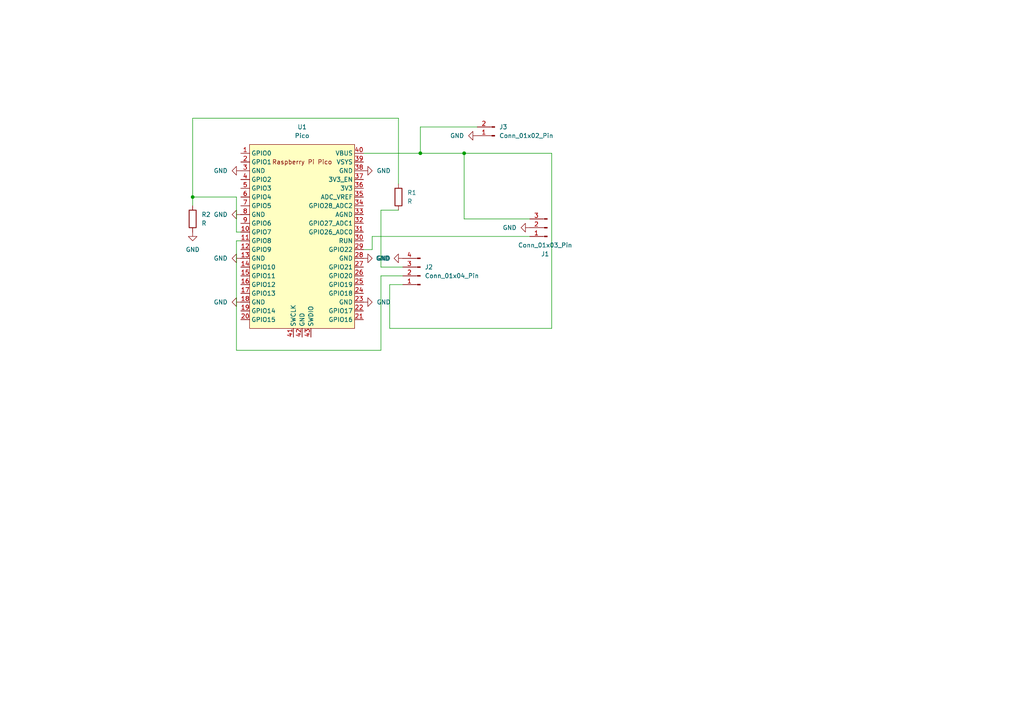
<source format=kicad_sch>
(kicad_sch
	(version 20231120)
	(generator "eeschema")
	(generator_version "8.0")
	(uuid "eebb3e59-c3f8-497c-8332-6ccbaeede914")
	(paper "A4")
	(lib_symbols
		(symbol "Connector:Conn_01x02_Pin"
			(pin_names
				(offset 1.016) hide)
			(exclude_from_sim no)
			(in_bom yes)
			(on_board yes)
			(property "Reference" "J"
				(at 0 2.54 0)
				(effects
					(font
						(size 1.27 1.27)
					)
				)
			)
			(property "Value" "Conn_01x02_Pin"
				(at 0 -5.08 0)
				(effects
					(font
						(size 1.27 1.27)
					)
				)
			)
			(property "Footprint" ""
				(at 0 0 0)
				(effects
					(font
						(size 1.27 1.27)
					)
					(hide yes)
				)
			)
			(property "Datasheet" "~"
				(at 0 0 0)
				(effects
					(font
						(size 1.27 1.27)
					)
					(hide yes)
				)
			)
			(property "Description" "Generic connector, single row, 01x02, script generated"
				(at 0 0 0)
				(effects
					(font
						(size 1.27 1.27)
					)
					(hide yes)
				)
			)
			(property "ki_locked" ""
				(at 0 0 0)
				(effects
					(font
						(size 1.27 1.27)
					)
				)
			)
			(property "ki_keywords" "connector"
				(at 0 0 0)
				(effects
					(font
						(size 1.27 1.27)
					)
					(hide yes)
				)
			)
			(property "ki_fp_filters" "Connector*:*_1x??_*"
				(at 0 0 0)
				(effects
					(font
						(size 1.27 1.27)
					)
					(hide yes)
				)
			)
			(symbol "Conn_01x02_Pin_1_1"
				(polyline
					(pts
						(xy 1.27 -2.54) (xy 0.8636 -2.54)
					)
					(stroke
						(width 0.1524)
						(type default)
					)
					(fill
						(type none)
					)
				)
				(polyline
					(pts
						(xy 1.27 0) (xy 0.8636 0)
					)
					(stroke
						(width 0.1524)
						(type default)
					)
					(fill
						(type none)
					)
				)
				(rectangle
					(start 0.8636 -2.413)
					(end 0 -2.667)
					(stroke
						(width 0.1524)
						(type default)
					)
					(fill
						(type outline)
					)
				)
				(rectangle
					(start 0.8636 0.127)
					(end 0 -0.127)
					(stroke
						(width 0.1524)
						(type default)
					)
					(fill
						(type outline)
					)
				)
				(pin passive line
					(at 5.08 0 180)
					(length 3.81)
					(name "Pin_1"
						(effects
							(font
								(size 1.27 1.27)
							)
						)
					)
					(number "1"
						(effects
							(font
								(size 1.27 1.27)
							)
						)
					)
				)
				(pin passive line
					(at 5.08 -2.54 180)
					(length 3.81)
					(name "Pin_2"
						(effects
							(font
								(size 1.27 1.27)
							)
						)
					)
					(number "2"
						(effects
							(font
								(size 1.27 1.27)
							)
						)
					)
				)
			)
		)
		(symbol "Connector:Conn_01x03_Pin"
			(pin_names
				(offset 1.016) hide)
			(exclude_from_sim no)
			(in_bom yes)
			(on_board yes)
			(property "Reference" "J"
				(at 0 5.08 0)
				(effects
					(font
						(size 1.27 1.27)
					)
				)
			)
			(property "Value" "Conn_01x03_Pin"
				(at 0 -5.08 0)
				(effects
					(font
						(size 1.27 1.27)
					)
				)
			)
			(property "Footprint" ""
				(at 0 0 0)
				(effects
					(font
						(size 1.27 1.27)
					)
					(hide yes)
				)
			)
			(property "Datasheet" "~"
				(at 0 0 0)
				(effects
					(font
						(size 1.27 1.27)
					)
					(hide yes)
				)
			)
			(property "Description" "Generic connector, single row, 01x03, script generated"
				(at 0 0 0)
				(effects
					(font
						(size 1.27 1.27)
					)
					(hide yes)
				)
			)
			(property "ki_locked" ""
				(at 0 0 0)
				(effects
					(font
						(size 1.27 1.27)
					)
				)
			)
			(property "ki_keywords" "connector"
				(at 0 0 0)
				(effects
					(font
						(size 1.27 1.27)
					)
					(hide yes)
				)
			)
			(property "ki_fp_filters" "Connector*:*_1x??_*"
				(at 0 0 0)
				(effects
					(font
						(size 1.27 1.27)
					)
					(hide yes)
				)
			)
			(symbol "Conn_01x03_Pin_1_1"
				(polyline
					(pts
						(xy 1.27 -2.54) (xy 0.8636 -2.54)
					)
					(stroke
						(width 0.1524)
						(type default)
					)
					(fill
						(type none)
					)
				)
				(polyline
					(pts
						(xy 1.27 0) (xy 0.8636 0)
					)
					(stroke
						(width 0.1524)
						(type default)
					)
					(fill
						(type none)
					)
				)
				(polyline
					(pts
						(xy 1.27 2.54) (xy 0.8636 2.54)
					)
					(stroke
						(width 0.1524)
						(type default)
					)
					(fill
						(type none)
					)
				)
				(rectangle
					(start 0.8636 -2.413)
					(end 0 -2.667)
					(stroke
						(width 0.1524)
						(type default)
					)
					(fill
						(type outline)
					)
				)
				(rectangle
					(start 0.8636 0.127)
					(end 0 -0.127)
					(stroke
						(width 0.1524)
						(type default)
					)
					(fill
						(type outline)
					)
				)
				(rectangle
					(start 0.8636 2.667)
					(end 0 2.413)
					(stroke
						(width 0.1524)
						(type default)
					)
					(fill
						(type outline)
					)
				)
				(pin passive line
					(at 5.08 2.54 180)
					(length 3.81)
					(name "Pin_1"
						(effects
							(font
								(size 1.27 1.27)
							)
						)
					)
					(number "1"
						(effects
							(font
								(size 1.27 1.27)
							)
						)
					)
				)
				(pin passive line
					(at 5.08 0 180)
					(length 3.81)
					(name "Pin_2"
						(effects
							(font
								(size 1.27 1.27)
							)
						)
					)
					(number "2"
						(effects
							(font
								(size 1.27 1.27)
							)
						)
					)
				)
				(pin passive line
					(at 5.08 -2.54 180)
					(length 3.81)
					(name "Pin_3"
						(effects
							(font
								(size 1.27 1.27)
							)
						)
					)
					(number "3"
						(effects
							(font
								(size 1.27 1.27)
							)
						)
					)
				)
			)
		)
		(symbol "Connector:Conn_01x04_Pin"
			(pin_names
				(offset 1.016) hide)
			(exclude_from_sim no)
			(in_bom yes)
			(on_board yes)
			(property "Reference" "J"
				(at 0 5.08 0)
				(effects
					(font
						(size 1.27 1.27)
					)
				)
			)
			(property "Value" "Conn_01x04_Pin"
				(at 0 -7.62 0)
				(effects
					(font
						(size 1.27 1.27)
					)
				)
			)
			(property "Footprint" ""
				(at 0 0 0)
				(effects
					(font
						(size 1.27 1.27)
					)
					(hide yes)
				)
			)
			(property "Datasheet" "~"
				(at 0 0 0)
				(effects
					(font
						(size 1.27 1.27)
					)
					(hide yes)
				)
			)
			(property "Description" "Generic connector, single row, 01x04, script generated"
				(at 0 0 0)
				(effects
					(font
						(size 1.27 1.27)
					)
					(hide yes)
				)
			)
			(property "ki_locked" ""
				(at 0 0 0)
				(effects
					(font
						(size 1.27 1.27)
					)
				)
			)
			(property "ki_keywords" "connector"
				(at 0 0 0)
				(effects
					(font
						(size 1.27 1.27)
					)
					(hide yes)
				)
			)
			(property "ki_fp_filters" "Connector*:*_1x??_*"
				(at 0 0 0)
				(effects
					(font
						(size 1.27 1.27)
					)
					(hide yes)
				)
			)
			(symbol "Conn_01x04_Pin_1_1"
				(polyline
					(pts
						(xy 1.27 -5.08) (xy 0.8636 -5.08)
					)
					(stroke
						(width 0.1524)
						(type default)
					)
					(fill
						(type none)
					)
				)
				(polyline
					(pts
						(xy 1.27 -2.54) (xy 0.8636 -2.54)
					)
					(stroke
						(width 0.1524)
						(type default)
					)
					(fill
						(type none)
					)
				)
				(polyline
					(pts
						(xy 1.27 0) (xy 0.8636 0)
					)
					(stroke
						(width 0.1524)
						(type default)
					)
					(fill
						(type none)
					)
				)
				(polyline
					(pts
						(xy 1.27 2.54) (xy 0.8636 2.54)
					)
					(stroke
						(width 0.1524)
						(type default)
					)
					(fill
						(type none)
					)
				)
				(rectangle
					(start 0.8636 -4.953)
					(end 0 -5.207)
					(stroke
						(width 0.1524)
						(type default)
					)
					(fill
						(type outline)
					)
				)
				(rectangle
					(start 0.8636 -2.413)
					(end 0 -2.667)
					(stroke
						(width 0.1524)
						(type default)
					)
					(fill
						(type outline)
					)
				)
				(rectangle
					(start 0.8636 0.127)
					(end 0 -0.127)
					(stroke
						(width 0.1524)
						(type default)
					)
					(fill
						(type outline)
					)
				)
				(rectangle
					(start 0.8636 2.667)
					(end 0 2.413)
					(stroke
						(width 0.1524)
						(type default)
					)
					(fill
						(type outline)
					)
				)
				(pin passive line
					(at 5.08 2.54 180)
					(length 3.81)
					(name "Pin_1"
						(effects
							(font
								(size 1.27 1.27)
							)
						)
					)
					(number "1"
						(effects
							(font
								(size 1.27 1.27)
							)
						)
					)
				)
				(pin passive line
					(at 5.08 0 180)
					(length 3.81)
					(name "Pin_2"
						(effects
							(font
								(size 1.27 1.27)
							)
						)
					)
					(number "2"
						(effects
							(font
								(size 1.27 1.27)
							)
						)
					)
				)
				(pin passive line
					(at 5.08 -2.54 180)
					(length 3.81)
					(name "Pin_3"
						(effects
							(font
								(size 1.27 1.27)
							)
						)
					)
					(number "3"
						(effects
							(font
								(size 1.27 1.27)
							)
						)
					)
				)
				(pin passive line
					(at 5.08 -5.08 180)
					(length 3.81)
					(name "Pin_4"
						(effects
							(font
								(size 1.27 1.27)
							)
						)
					)
					(number "4"
						(effects
							(font
								(size 1.27 1.27)
							)
						)
					)
				)
			)
		)
		(symbol "Device:R"
			(pin_numbers hide)
			(pin_names
				(offset 0)
			)
			(exclude_from_sim no)
			(in_bom yes)
			(on_board yes)
			(property "Reference" "R"
				(at 2.032 0 90)
				(effects
					(font
						(size 1.27 1.27)
					)
				)
			)
			(property "Value" "R"
				(at 0 0 90)
				(effects
					(font
						(size 1.27 1.27)
					)
				)
			)
			(property "Footprint" ""
				(at -1.778 0 90)
				(effects
					(font
						(size 1.27 1.27)
					)
					(hide yes)
				)
			)
			(property "Datasheet" "~"
				(at 0 0 0)
				(effects
					(font
						(size 1.27 1.27)
					)
					(hide yes)
				)
			)
			(property "Description" "Resistor"
				(at 0 0 0)
				(effects
					(font
						(size 1.27 1.27)
					)
					(hide yes)
				)
			)
			(property "ki_keywords" "R res resistor"
				(at 0 0 0)
				(effects
					(font
						(size 1.27 1.27)
					)
					(hide yes)
				)
			)
			(property "ki_fp_filters" "R_*"
				(at 0 0 0)
				(effects
					(font
						(size 1.27 1.27)
					)
					(hide yes)
				)
			)
			(symbol "R_0_1"
				(rectangle
					(start -1.016 -2.54)
					(end 1.016 2.54)
					(stroke
						(width 0.254)
						(type default)
					)
					(fill
						(type none)
					)
				)
			)
			(symbol "R_1_1"
				(pin passive line
					(at 0 3.81 270)
					(length 1.27)
					(name "~"
						(effects
							(font
								(size 1.27 1.27)
							)
						)
					)
					(number "1"
						(effects
							(font
								(size 1.27 1.27)
							)
						)
					)
				)
				(pin passive line
					(at 0 -3.81 90)
					(length 1.27)
					(name "~"
						(effects
							(font
								(size 1.27 1.27)
							)
						)
					)
					(number "2"
						(effects
							(font
								(size 1.27 1.27)
							)
						)
					)
				)
			)
		)
		(symbol "RPi_Pico:Pico"
			(exclude_from_sim no)
			(in_bom yes)
			(on_board yes)
			(property "Reference" "U"
				(at -13.97 27.94 0)
				(effects
					(font
						(size 1.27 1.27)
					)
				)
			)
			(property "Value" "Pico"
				(at 0 19.05 0)
				(effects
					(font
						(size 1.27 1.27)
					)
				)
			)
			(property "Footprint" "RPi_Pico:RPi_Pico_SMD_TH"
				(at 0 0 90)
				(effects
					(font
						(size 1.27 1.27)
					)
					(hide yes)
				)
			)
			(property "Datasheet" ""
				(at 0 0 0)
				(effects
					(font
						(size 1.27 1.27)
					)
					(hide yes)
				)
			)
			(property "Description" ""
				(at 0 0 0)
				(effects
					(font
						(size 1.27 1.27)
					)
					(hide yes)
				)
			)
			(symbol "Pico_0_0"
				(text "Raspberry Pi Pico"
					(at 0 21.59 0)
					(effects
						(font
							(size 1.27 1.27)
						)
					)
				)
			)
			(symbol "Pico_0_1"
				(rectangle
					(start -15.24 26.67)
					(end 15.24 -26.67)
					(stroke
						(width 0)
						(type default)
					)
					(fill
						(type background)
					)
				)
			)
			(symbol "Pico_1_1"
				(pin bidirectional line
					(at -17.78 24.13 0)
					(length 2.54)
					(name "GPIO0"
						(effects
							(font
								(size 1.27 1.27)
							)
						)
					)
					(number "1"
						(effects
							(font
								(size 1.27 1.27)
							)
						)
					)
				)
				(pin bidirectional line
					(at -17.78 1.27 0)
					(length 2.54)
					(name "GPIO7"
						(effects
							(font
								(size 1.27 1.27)
							)
						)
					)
					(number "10"
						(effects
							(font
								(size 1.27 1.27)
							)
						)
					)
				)
				(pin bidirectional line
					(at -17.78 -1.27 0)
					(length 2.54)
					(name "GPIO8"
						(effects
							(font
								(size 1.27 1.27)
							)
						)
					)
					(number "11"
						(effects
							(font
								(size 1.27 1.27)
							)
						)
					)
				)
				(pin bidirectional line
					(at -17.78 -3.81 0)
					(length 2.54)
					(name "GPIO9"
						(effects
							(font
								(size 1.27 1.27)
							)
						)
					)
					(number "12"
						(effects
							(font
								(size 1.27 1.27)
							)
						)
					)
				)
				(pin power_in line
					(at -17.78 -6.35 0)
					(length 2.54)
					(name "GND"
						(effects
							(font
								(size 1.27 1.27)
							)
						)
					)
					(number "13"
						(effects
							(font
								(size 1.27 1.27)
							)
						)
					)
				)
				(pin bidirectional line
					(at -17.78 -8.89 0)
					(length 2.54)
					(name "GPIO10"
						(effects
							(font
								(size 1.27 1.27)
							)
						)
					)
					(number "14"
						(effects
							(font
								(size 1.27 1.27)
							)
						)
					)
				)
				(pin bidirectional line
					(at -17.78 -11.43 0)
					(length 2.54)
					(name "GPIO11"
						(effects
							(font
								(size 1.27 1.27)
							)
						)
					)
					(number "15"
						(effects
							(font
								(size 1.27 1.27)
							)
						)
					)
				)
				(pin bidirectional line
					(at -17.78 -13.97 0)
					(length 2.54)
					(name "GPIO12"
						(effects
							(font
								(size 1.27 1.27)
							)
						)
					)
					(number "16"
						(effects
							(font
								(size 1.27 1.27)
							)
						)
					)
				)
				(pin bidirectional line
					(at -17.78 -16.51 0)
					(length 2.54)
					(name "GPIO13"
						(effects
							(font
								(size 1.27 1.27)
							)
						)
					)
					(number "17"
						(effects
							(font
								(size 1.27 1.27)
							)
						)
					)
				)
				(pin power_in line
					(at -17.78 -19.05 0)
					(length 2.54)
					(name "GND"
						(effects
							(font
								(size 1.27 1.27)
							)
						)
					)
					(number "18"
						(effects
							(font
								(size 1.27 1.27)
							)
						)
					)
				)
				(pin bidirectional line
					(at -17.78 -21.59 0)
					(length 2.54)
					(name "GPIO14"
						(effects
							(font
								(size 1.27 1.27)
							)
						)
					)
					(number "19"
						(effects
							(font
								(size 1.27 1.27)
							)
						)
					)
				)
				(pin bidirectional line
					(at -17.78 21.59 0)
					(length 2.54)
					(name "GPIO1"
						(effects
							(font
								(size 1.27 1.27)
							)
						)
					)
					(number "2"
						(effects
							(font
								(size 1.27 1.27)
							)
						)
					)
				)
				(pin bidirectional line
					(at -17.78 -24.13 0)
					(length 2.54)
					(name "GPIO15"
						(effects
							(font
								(size 1.27 1.27)
							)
						)
					)
					(number "20"
						(effects
							(font
								(size 1.27 1.27)
							)
						)
					)
				)
				(pin bidirectional line
					(at 17.78 -24.13 180)
					(length 2.54)
					(name "GPIO16"
						(effects
							(font
								(size 1.27 1.27)
							)
						)
					)
					(number "21"
						(effects
							(font
								(size 1.27 1.27)
							)
						)
					)
				)
				(pin bidirectional line
					(at 17.78 -21.59 180)
					(length 2.54)
					(name "GPIO17"
						(effects
							(font
								(size 1.27 1.27)
							)
						)
					)
					(number "22"
						(effects
							(font
								(size 1.27 1.27)
							)
						)
					)
				)
				(pin power_in line
					(at 17.78 -19.05 180)
					(length 2.54)
					(name "GND"
						(effects
							(font
								(size 1.27 1.27)
							)
						)
					)
					(number "23"
						(effects
							(font
								(size 1.27 1.27)
							)
						)
					)
				)
				(pin bidirectional line
					(at 17.78 -16.51 180)
					(length 2.54)
					(name "GPIO18"
						(effects
							(font
								(size 1.27 1.27)
							)
						)
					)
					(number "24"
						(effects
							(font
								(size 1.27 1.27)
							)
						)
					)
				)
				(pin bidirectional line
					(at 17.78 -13.97 180)
					(length 2.54)
					(name "GPIO19"
						(effects
							(font
								(size 1.27 1.27)
							)
						)
					)
					(number "25"
						(effects
							(font
								(size 1.27 1.27)
							)
						)
					)
				)
				(pin bidirectional line
					(at 17.78 -11.43 180)
					(length 2.54)
					(name "GPIO20"
						(effects
							(font
								(size 1.27 1.27)
							)
						)
					)
					(number "26"
						(effects
							(font
								(size 1.27 1.27)
							)
						)
					)
				)
				(pin bidirectional line
					(at 17.78 -8.89 180)
					(length 2.54)
					(name "GPIO21"
						(effects
							(font
								(size 1.27 1.27)
							)
						)
					)
					(number "27"
						(effects
							(font
								(size 1.27 1.27)
							)
						)
					)
				)
				(pin power_in line
					(at 17.78 -6.35 180)
					(length 2.54)
					(name "GND"
						(effects
							(font
								(size 1.27 1.27)
							)
						)
					)
					(number "28"
						(effects
							(font
								(size 1.27 1.27)
							)
						)
					)
				)
				(pin bidirectional line
					(at 17.78 -3.81 180)
					(length 2.54)
					(name "GPIO22"
						(effects
							(font
								(size 1.27 1.27)
							)
						)
					)
					(number "29"
						(effects
							(font
								(size 1.27 1.27)
							)
						)
					)
				)
				(pin power_in line
					(at -17.78 19.05 0)
					(length 2.54)
					(name "GND"
						(effects
							(font
								(size 1.27 1.27)
							)
						)
					)
					(number "3"
						(effects
							(font
								(size 1.27 1.27)
							)
						)
					)
				)
				(pin input line
					(at 17.78 -1.27 180)
					(length 2.54)
					(name "RUN"
						(effects
							(font
								(size 1.27 1.27)
							)
						)
					)
					(number "30"
						(effects
							(font
								(size 1.27 1.27)
							)
						)
					)
				)
				(pin bidirectional line
					(at 17.78 1.27 180)
					(length 2.54)
					(name "GPIO26_ADC0"
						(effects
							(font
								(size 1.27 1.27)
							)
						)
					)
					(number "31"
						(effects
							(font
								(size 1.27 1.27)
							)
						)
					)
				)
				(pin bidirectional line
					(at 17.78 3.81 180)
					(length 2.54)
					(name "GPIO27_ADC1"
						(effects
							(font
								(size 1.27 1.27)
							)
						)
					)
					(number "32"
						(effects
							(font
								(size 1.27 1.27)
							)
						)
					)
				)
				(pin power_in line
					(at 17.78 6.35 180)
					(length 2.54)
					(name "AGND"
						(effects
							(font
								(size 1.27 1.27)
							)
						)
					)
					(number "33"
						(effects
							(font
								(size 1.27 1.27)
							)
						)
					)
				)
				(pin bidirectional line
					(at 17.78 8.89 180)
					(length 2.54)
					(name "GPIO28_ADC2"
						(effects
							(font
								(size 1.27 1.27)
							)
						)
					)
					(number "34"
						(effects
							(font
								(size 1.27 1.27)
							)
						)
					)
				)
				(pin power_in line
					(at 17.78 11.43 180)
					(length 2.54)
					(name "ADC_VREF"
						(effects
							(font
								(size 1.27 1.27)
							)
						)
					)
					(number "35"
						(effects
							(font
								(size 1.27 1.27)
							)
						)
					)
				)
				(pin power_in line
					(at 17.78 13.97 180)
					(length 2.54)
					(name "3V3"
						(effects
							(font
								(size 1.27 1.27)
							)
						)
					)
					(number "36"
						(effects
							(font
								(size 1.27 1.27)
							)
						)
					)
				)
				(pin input line
					(at 17.78 16.51 180)
					(length 2.54)
					(name "3V3_EN"
						(effects
							(font
								(size 1.27 1.27)
							)
						)
					)
					(number "37"
						(effects
							(font
								(size 1.27 1.27)
							)
						)
					)
				)
				(pin bidirectional line
					(at 17.78 19.05 180)
					(length 2.54)
					(name "GND"
						(effects
							(font
								(size 1.27 1.27)
							)
						)
					)
					(number "38"
						(effects
							(font
								(size 1.27 1.27)
							)
						)
					)
				)
				(pin power_in line
					(at 17.78 21.59 180)
					(length 2.54)
					(name "VSYS"
						(effects
							(font
								(size 1.27 1.27)
							)
						)
					)
					(number "39"
						(effects
							(font
								(size 1.27 1.27)
							)
						)
					)
				)
				(pin bidirectional line
					(at -17.78 16.51 0)
					(length 2.54)
					(name "GPIO2"
						(effects
							(font
								(size 1.27 1.27)
							)
						)
					)
					(number "4"
						(effects
							(font
								(size 1.27 1.27)
							)
						)
					)
				)
				(pin power_in line
					(at 17.78 24.13 180)
					(length 2.54)
					(name "VBUS"
						(effects
							(font
								(size 1.27 1.27)
							)
						)
					)
					(number "40"
						(effects
							(font
								(size 1.27 1.27)
							)
						)
					)
				)
				(pin input line
					(at -2.54 -29.21 90)
					(length 2.54)
					(name "SWCLK"
						(effects
							(font
								(size 1.27 1.27)
							)
						)
					)
					(number "41"
						(effects
							(font
								(size 1.27 1.27)
							)
						)
					)
				)
				(pin power_in line
					(at 0 -29.21 90)
					(length 2.54)
					(name "GND"
						(effects
							(font
								(size 1.27 1.27)
							)
						)
					)
					(number "42"
						(effects
							(font
								(size 1.27 1.27)
							)
						)
					)
				)
				(pin bidirectional line
					(at 2.54 -29.21 90)
					(length 2.54)
					(name "SWDIO"
						(effects
							(font
								(size 1.27 1.27)
							)
						)
					)
					(number "43"
						(effects
							(font
								(size 1.27 1.27)
							)
						)
					)
				)
				(pin bidirectional line
					(at -17.78 13.97 0)
					(length 2.54)
					(name "GPIO3"
						(effects
							(font
								(size 1.27 1.27)
							)
						)
					)
					(number "5"
						(effects
							(font
								(size 1.27 1.27)
							)
						)
					)
				)
				(pin bidirectional line
					(at -17.78 11.43 0)
					(length 2.54)
					(name "GPIO4"
						(effects
							(font
								(size 1.27 1.27)
							)
						)
					)
					(number "6"
						(effects
							(font
								(size 1.27 1.27)
							)
						)
					)
				)
				(pin bidirectional line
					(at -17.78 8.89 0)
					(length 2.54)
					(name "GPIO5"
						(effects
							(font
								(size 1.27 1.27)
							)
						)
					)
					(number "7"
						(effects
							(font
								(size 1.27 1.27)
							)
						)
					)
				)
				(pin power_in line
					(at -17.78 6.35 0)
					(length 2.54)
					(name "GND"
						(effects
							(font
								(size 1.27 1.27)
							)
						)
					)
					(number "8"
						(effects
							(font
								(size 1.27 1.27)
							)
						)
					)
				)
				(pin bidirectional line
					(at -17.78 3.81 0)
					(length 2.54)
					(name "GPIO6"
						(effects
							(font
								(size 1.27 1.27)
							)
						)
					)
					(number "9"
						(effects
							(font
								(size 1.27 1.27)
							)
						)
					)
				)
			)
		)
		(symbol "power:GND"
			(power)
			(pin_numbers hide)
			(pin_names
				(offset 0) hide)
			(exclude_from_sim no)
			(in_bom yes)
			(on_board yes)
			(property "Reference" "#PWR"
				(at 0 -6.35 0)
				(effects
					(font
						(size 1.27 1.27)
					)
					(hide yes)
				)
			)
			(property "Value" "GND"
				(at 0 -3.81 0)
				(effects
					(font
						(size 1.27 1.27)
					)
				)
			)
			(property "Footprint" ""
				(at 0 0 0)
				(effects
					(font
						(size 1.27 1.27)
					)
					(hide yes)
				)
			)
			(property "Datasheet" ""
				(at 0 0 0)
				(effects
					(font
						(size 1.27 1.27)
					)
					(hide yes)
				)
			)
			(property "Description" "Power symbol creates a global label with name \"GND\" , ground"
				(at 0 0 0)
				(effects
					(font
						(size 1.27 1.27)
					)
					(hide yes)
				)
			)
			(property "ki_keywords" "global power"
				(at 0 0 0)
				(effects
					(font
						(size 1.27 1.27)
					)
					(hide yes)
				)
			)
			(symbol "GND_0_1"
				(polyline
					(pts
						(xy 0 0) (xy 0 -1.27) (xy 1.27 -1.27) (xy 0 -2.54) (xy -1.27 -1.27) (xy 0 -1.27)
					)
					(stroke
						(width 0)
						(type default)
					)
					(fill
						(type none)
					)
				)
			)
			(symbol "GND_1_1"
				(pin power_in line
					(at 0 0 270)
					(length 0)
					(name "~"
						(effects
							(font
								(size 1.27 1.27)
							)
						)
					)
					(number "1"
						(effects
							(font
								(size 1.27 1.27)
							)
						)
					)
				)
			)
		)
	)
	(junction
		(at 55.88 57.15)
		(diameter 0)
		(color 0 0 0 0)
		(uuid "27e7b5e6-db6f-48e2-9eda-110ea478346d")
	)
	(junction
		(at 134.62 44.45)
		(diameter 0)
		(color 0 0 0 0)
		(uuid "962ed727-c0b3-48c9-9efe-3f23900a5ae7")
	)
	(junction
		(at 121.92 44.45)
		(diameter 0)
		(color 0 0 0 0)
		(uuid "d307dd84-7a7d-48b5-aa6c-4f332a52ce9a")
	)
	(wire
		(pts
			(xy 113.03 82.55) (xy 116.84 82.55)
		)
		(stroke
			(width 0)
			(type default)
		)
		(uuid "16a83ae2-fed2-43c0-bd5d-702a0b71f56e")
	)
	(wire
		(pts
			(xy 110.49 60.96) (xy 110.49 77.47)
		)
		(stroke
			(width 0)
			(type default)
		)
		(uuid "1abd96b4-2af5-45c1-882b-830059fee6a1")
	)
	(wire
		(pts
			(xy 110.49 60.96) (xy 115.57 60.96)
		)
		(stroke
			(width 0)
			(type default)
		)
		(uuid "21d3f103-743e-46d1-8f80-7b1aa2b0734a")
	)
	(wire
		(pts
			(xy 134.62 63.5) (xy 134.62 44.45)
		)
		(stroke
			(width 0)
			(type default)
		)
		(uuid "24a48d7b-081c-418f-9f2f-7670e18feaa6")
	)
	(wire
		(pts
			(xy 110.49 101.6) (xy 110.49 80.01)
		)
		(stroke
			(width 0)
			(type default)
		)
		(uuid "2c5d3ce7-e8c5-4fbf-86ab-836469301b57")
	)
	(wire
		(pts
			(xy 110.49 77.47) (xy 116.84 77.47)
		)
		(stroke
			(width 0)
			(type default)
		)
		(uuid "30dc6667-cf69-408f-b581-97b45f4d2363")
	)
	(wire
		(pts
			(xy 69.85 69.85) (xy 68.58 69.85)
		)
		(stroke
			(width 0)
			(type default)
		)
		(uuid "31c2b448-8e13-4a04-bb8d-adb004b26996")
	)
	(wire
		(pts
			(xy 160.02 44.45) (xy 160.02 95.25)
		)
		(stroke
			(width 0)
			(type default)
		)
		(uuid "339f9e18-e5d1-4203-8ad6-60d188a52075")
	)
	(wire
		(pts
			(xy 121.92 36.83) (xy 121.92 44.45)
		)
		(stroke
			(width 0)
			(type default)
		)
		(uuid "40e5bff4-75a8-4a03-b679-9b116269bbb5")
	)
	(wire
		(pts
			(xy 107.95 72.39) (xy 105.41 72.39)
		)
		(stroke
			(width 0)
			(type default)
		)
		(uuid "42c56a62-c42c-43d1-95ad-70a4a1471772")
	)
	(wire
		(pts
			(xy 105.41 44.45) (xy 121.92 44.45)
		)
		(stroke
			(width 0)
			(type default)
		)
		(uuid "437dca8d-5238-4a8f-acff-0c9cb3a6cbdc")
	)
	(wire
		(pts
			(xy 55.88 34.29) (xy 55.88 57.15)
		)
		(stroke
			(width 0)
			(type default)
		)
		(uuid "5cda19b0-0fbc-4e8d-a37b-731ed32e5bdf")
	)
	(wire
		(pts
			(xy 115.57 34.29) (xy 55.88 34.29)
		)
		(stroke
			(width 0)
			(type default)
		)
		(uuid "606ecfa5-403e-444c-81a9-2c3cdd831a05")
	)
	(wire
		(pts
			(xy 138.43 36.83) (xy 121.92 36.83)
		)
		(stroke
			(width 0)
			(type default)
		)
		(uuid "6e1ecd90-42af-4714-b006-ecf963dfca03")
	)
	(wire
		(pts
			(xy 153.67 63.5) (xy 134.62 63.5)
		)
		(stroke
			(width 0)
			(type default)
		)
		(uuid "71c1f8fd-b622-4b2b-83ea-23479bf138dc")
	)
	(wire
		(pts
			(xy 134.62 44.45) (xy 160.02 44.45)
		)
		(stroke
			(width 0)
			(type default)
		)
		(uuid "79cc89ef-a75c-4f5f-90a5-afb909fec4f6")
	)
	(wire
		(pts
			(xy 121.92 44.45) (xy 134.62 44.45)
		)
		(stroke
			(width 0)
			(type default)
		)
		(uuid "7cdec4b0-3096-4a70-a58b-424001cc7a40")
	)
	(wire
		(pts
			(xy 68.58 57.15) (xy 68.58 67.31)
		)
		(stroke
			(width 0)
			(type default)
		)
		(uuid "7d5d0cee-2943-49fc-bd23-7c0baae9ee60")
	)
	(wire
		(pts
			(xy 55.88 57.15) (xy 55.88 59.69)
		)
		(stroke
			(width 0)
			(type default)
		)
		(uuid "7fe3801b-d4c9-42d3-9c5b-5e7d9ae6bf0b")
	)
	(wire
		(pts
			(xy 107.95 68.58) (xy 107.95 72.39)
		)
		(stroke
			(width 0)
			(type default)
		)
		(uuid "81207f3d-e468-4dae-bdea-d1d863f1617f")
	)
	(wire
		(pts
			(xy 107.95 68.58) (xy 153.67 68.58)
		)
		(stroke
			(width 0)
			(type default)
		)
		(uuid "83d0c7c4-22fe-42eb-bc0b-dfcc1365dac3")
	)
	(wire
		(pts
			(xy 55.88 57.15) (xy 68.58 57.15)
		)
		(stroke
			(width 0)
			(type default)
		)
		(uuid "b7953d4a-0a06-4099-85d0-17cf74687e3a")
	)
	(wire
		(pts
			(xy 68.58 69.85) (xy 68.58 101.6)
		)
		(stroke
			(width 0)
			(type default)
		)
		(uuid "b7aa3b28-0b6d-4267-835f-d983d5023684")
	)
	(wire
		(pts
			(xy 68.58 101.6) (xy 110.49 101.6)
		)
		(stroke
			(width 0)
			(type default)
		)
		(uuid "ba9aafe2-0ecc-411e-a80d-02995492a50a")
	)
	(wire
		(pts
			(xy 113.03 95.25) (xy 113.03 82.55)
		)
		(stroke
			(width 0)
			(type default)
		)
		(uuid "c11cbade-eeaa-466d-9fc7-906d2aeb01a9")
	)
	(wire
		(pts
			(xy 110.49 80.01) (xy 116.84 80.01)
		)
		(stroke
			(width 0)
			(type default)
		)
		(uuid "c952a6e8-93eb-40d4-ba72-bd0d95809254")
	)
	(wire
		(pts
			(xy 115.57 53.34) (xy 115.57 34.29)
		)
		(stroke
			(width 0)
			(type default)
		)
		(uuid "d0d8fd0e-d5ed-44bb-9949-c997ce2433ad")
	)
	(wire
		(pts
			(xy 160.02 95.25) (xy 113.03 95.25)
		)
		(stroke
			(width 0)
			(type default)
		)
		(uuid "e53bfdc2-6652-479e-a21e-ab2eaf5b64cd")
	)
	(wire
		(pts
			(xy 68.58 67.31) (xy 69.85 67.31)
		)
		(stroke
			(width 0)
			(type default)
		)
		(uuid "e641fdd9-643c-4ea7-9a82-04346bec6bce")
	)
	(symbol
		(lib_id "power:GND")
		(at 69.85 74.93 270)
		(unit 1)
		(exclude_from_sim no)
		(in_bom yes)
		(on_board yes)
		(dnp no)
		(fields_autoplaced yes)
		(uuid "1d27edcf-060a-4312-a91d-4b342ef7b23c")
		(property "Reference" "#PWR09"
			(at 63.5 74.93 0)
			(effects
				(font
					(size 1.27 1.27)
				)
				(hide yes)
			)
		)
		(property "Value" "GND"
			(at 66.04 74.9299 90)
			(effects
				(font
					(size 1.27 1.27)
				)
				(justify right)
			)
		)
		(property "Footprint" ""
			(at 69.85 74.93 0)
			(effects
				(font
					(size 1.27 1.27)
				)
				(hide yes)
			)
		)
		(property "Datasheet" ""
			(at 69.85 74.93 0)
			(effects
				(font
					(size 1.27 1.27)
				)
				(hide yes)
			)
		)
		(property "Description" "Power symbol creates a global label with name \"GND\" , ground"
			(at 69.85 74.93 0)
			(effects
				(font
					(size 1.27 1.27)
				)
				(hide yes)
			)
		)
		(pin "1"
			(uuid "2b6fe391-a02d-4b36-83ed-f520cecbaa83")
		)
		(instances
			(project ""
				(path "/eebb3e59-c3f8-497c-8332-6ccbaeede914"
					(reference "#PWR09")
					(unit 1)
				)
			)
		)
	)
	(symbol
		(lib_id "power:GND")
		(at 116.84 74.93 270)
		(unit 1)
		(exclude_from_sim no)
		(in_bom yes)
		(on_board yes)
		(dnp no)
		(fields_autoplaced yes)
		(uuid "30e9b728-938e-4a19-a1ad-1dad14437682")
		(property "Reference" "#PWR03"
			(at 110.49 74.93 0)
			(effects
				(font
					(size 1.27 1.27)
				)
				(hide yes)
			)
		)
		(property "Value" "GND"
			(at 113.03 74.9299 90)
			(effects
				(font
					(size 1.27 1.27)
				)
				(justify right)
			)
		)
		(property "Footprint" ""
			(at 116.84 74.93 0)
			(effects
				(font
					(size 1.27 1.27)
				)
				(hide yes)
			)
		)
		(property "Datasheet" ""
			(at 116.84 74.93 0)
			(effects
				(font
					(size 1.27 1.27)
				)
				(hide yes)
			)
		)
		(property "Description" "Power symbol creates a global label with name \"GND\" , ground"
			(at 116.84 74.93 0)
			(effects
				(font
					(size 1.27 1.27)
				)
				(hide yes)
			)
		)
		(pin "1"
			(uuid "922f9730-a090-4df2-9e6e-1cbd07aaad10")
		)
		(instances
			(project ""
				(path "/eebb3e59-c3f8-497c-8332-6ccbaeede914"
					(reference "#PWR03")
					(unit 1)
				)
			)
		)
	)
	(symbol
		(lib_id "Connector:Conn_01x04_Pin")
		(at 121.92 80.01 180)
		(unit 1)
		(exclude_from_sim no)
		(in_bom yes)
		(on_board yes)
		(dnp no)
		(fields_autoplaced yes)
		(uuid "31321c33-4677-4e42-8df1-7c4bdbb5d584")
		(property "Reference" "J2"
			(at 123.19 77.4699 0)
			(effects
				(font
					(size 1.27 1.27)
				)
				(justify right)
			)
		)
		(property "Value" "Conn_01x04_Pin"
			(at 123.19 80.0099 0)
			(effects
				(font
					(size 1.27 1.27)
				)
				(justify right)
			)
		)
		(property "Footprint" "Connector_PinHeader_2.00mm:PinHeader_1x04_P2.00mm_Vertical"
			(at 121.92 80.01 0)
			(effects
				(font
					(size 1.27 1.27)
				)
				(hide yes)
			)
		)
		(property "Datasheet" "~"
			(at 121.92 80.01 0)
			(effects
				(font
					(size 1.27 1.27)
				)
				(hide yes)
			)
		)
		(property "Description" "Generic connector, single row, 01x04, script generated"
			(at 121.92 80.01 0)
			(effects
				(font
					(size 1.27 1.27)
				)
				(hide yes)
			)
		)
		(pin "3"
			(uuid "100add18-4cd0-4a76-922c-ecb6edca9800")
		)
		(pin "2"
			(uuid "43bf2378-c38f-4c59-a2b9-1aad97017d84")
		)
		(pin "4"
			(uuid "a5d8578a-d7bd-4e61-b9b1-bf43b5303677")
		)
		(pin "1"
			(uuid "e5880c6d-9c92-48dc-8651-29bf2a246934")
		)
		(instances
			(project ""
				(path "/eebb3e59-c3f8-497c-8332-6ccbaeede914"
					(reference "J2")
					(unit 1)
				)
			)
		)
	)
	(symbol
		(lib_id "Device:R")
		(at 115.57 57.15 0)
		(unit 1)
		(exclude_from_sim no)
		(in_bom yes)
		(on_board yes)
		(dnp no)
		(fields_autoplaced yes)
		(uuid "51515556-f7c9-403c-98aa-219cd2ea8d8d")
		(property "Reference" "R1"
			(at 118.11 55.8799 0)
			(effects
				(font
					(size 1.27 1.27)
				)
				(justify left)
			)
		)
		(property "Value" "R"
			(at 118.11 58.4199 0)
			(effects
				(font
					(size 1.27 1.27)
				)
				(justify left)
			)
		)
		(property "Footprint" "Resistor_THT:R_Axial_DIN0207_L6.3mm_D2.5mm_P10.16mm_Horizontal"
			(at 113.792 57.15 90)
			(effects
				(font
					(size 1.27 1.27)
				)
				(hide yes)
			)
		)
		(property "Datasheet" "~"
			(at 115.57 57.15 0)
			(effects
				(font
					(size 1.27 1.27)
				)
				(hide yes)
			)
		)
		(property "Description" "Resistor"
			(at 115.57 57.15 0)
			(effects
				(font
					(size 1.27 1.27)
				)
				(hide yes)
			)
		)
		(pin "1"
			(uuid "aeebfac5-f751-4700-aba6-ffbc32ff52cc")
		)
		(pin "2"
			(uuid "c2e6ff28-ad44-41fa-977f-6289c0d4f134")
		)
		(instances
			(project ""
				(path "/eebb3e59-c3f8-497c-8332-6ccbaeede914"
					(reference "R1")
					(unit 1)
				)
			)
		)
	)
	(symbol
		(lib_id "power:GND")
		(at 105.41 49.53 90)
		(unit 1)
		(exclude_from_sim no)
		(in_bom yes)
		(on_board yes)
		(dnp no)
		(fields_autoplaced yes)
		(uuid "5759d08e-f783-4c98-9c51-0b1e20d21fbc")
		(property "Reference" "#PWR06"
			(at 111.76 49.53 0)
			(effects
				(font
					(size 1.27 1.27)
				)
				(hide yes)
			)
		)
		(property "Value" "GND"
			(at 109.22 49.5299 90)
			(effects
				(font
					(size 1.27 1.27)
				)
				(justify right)
			)
		)
		(property "Footprint" ""
			(at 105.41 49.53 0)
			(effects
				(font
					(size 1.27 1.27)
				)
				(hide yes)
			)
		)
		(property "Datasheet" ""
			(at 105.41 49.53 0)
			(effects
				(font
					(size 1.27 1.27)
				)
				(hide yes)
			)
		)
		(property "Description" "Power symbol creates a global label with name \"GND\" , ground"
			(at 105.41 49.53 0)
			(effects
				(font
					(size 1.27 1.27)
				)
				(hide yes)
			)
		)
		(pin "1"
			(uuid "c260eeb8-4ae0-4532-b257-06d662a28c68")
		)
		(instances
			(project ""
				(path "/eebb3e59-c3f8-497c-8332-6ccbaeede914"
					(reference "#PWR06")
					(unit 1)
				)
			)
		)
	)
	(symbol
		(lib_id "power:GND")
		(at 69.85 49.53 270)
		(unit 1)
		(exclude_from_sim no)
		(in_bom yes)
		(on_board yes)
		(dnp no)
		(fields_autoplaced yes)
		(uuid "67e32ca8-5b2a-495e-b6ba-946cc12e9f1a")
		(property "Reference" "#PWR05"
			(at 63.5 49.53 0)
			(effects
				(font
					(size 1.27 1.27)
				)
				(hide yes)
			)
		)
		(property "Value" "GND"
			(at 66.04 49.5299 90)
			(effects
				(font
					(size 1.27 1.27)
				)
				(justify right)
			)
		)
		(property "Footprint" ""
			(at 69.85 49.53 0)
			(effects
				(font
					(size 1.27 1.27)
				)
				(hide yes)
			)
		)
		(property "Datasheet" ""
			(at 69.85 49.53 0)
			(effects
				(font
					(size 1.27 1.27)
				)
				(hide yes)
			)
		)
		(property "Description" "Power symbol creates a global label with name \"GND\" , ground"
			(at 69.85 49.53 0)
			(effects
				(font
					(size 1.27 1.27)
				)
				(hide yes)
			)
		)
		(pin "1"
			(uuid "e122141d-341b-4157-9233-9093f96f0a25")
		)
		(instances
			(project ""
				(path "/eebb3e59-c3f8-497c-8332-6ccbaeede914"
					(reference "#PWR05")
					(unit 1)
				)
			)
		)
	)
	(symbol
		(lib_id "power:GND")
		(at 55.88 67.31 0)
		(unit 1)
		(exclude_from_sim no)
		(in_bom yes)
		(on_board yes)
		(dnp no)
		(fields_autoplaced yes)
		(uuid "68157b28-6d31-429e-bf6d-8fd9bf496d95")
		(property "Reference" "#PWR02"
			(at 55.88 73.66 0)
			(effects
				(font
					(size 1.27 1.27)
				)
				(hide yes)
			)
		)
		(property "Value" "GND"
			(at 55.88 72.39 0)
			(effects
				(font
					(size 1.27 1.27)
				)
			)
		)
		(property "Footprint" ""
			(at 55.88 67.31 0)
			(effects
				(font
					(size 1.27 1.27)
				)
				(hide yes)
			)
		)
		(property "Datasheet" ""
			(at 55.88 67.31 0)
			(effects
				(font
					(size 1.27 1.27)
				)
				(hide yes)
			)
		)
		(property "Description" "Power symbol creates a global label with name \"GND\" , ground"
			(at 55.88 67.31 0)
			(effects
				(font
					(size 1.27 1.27)
				)
				(hide yes)
			)
		)
		(pin "1"
			(uuid "e58068e6-c4bc-48c8-bcbf-643fc05af79c")
		)
		(instances
			(project ""
				(path "/eebb3e59-c3f8-497c-8332-6ccbaeede914"
					(reference "#PWR02")
					(unit 1)
				)
			)
		)
	)
	(symbol
		(lib_id "Connector:Conn_01x02_Pin")
		(at 143.51 39.37 180)
		(unit 1)
		(exclude_from_sim no)
		(in_bom yes)
		(on_board yes)
		(dnp no)
		(fields_autoplaced yes)
		(uuid "68bf80ac-60b7-4c9c-9053-eab46481deba")
		(property "Reference" "J3"
			(at 144.78 36.8299 0)
			(effects
				(font
					(size 1.27 1.27)
				)
				(justify right)
			)
		)
		(property "Value" "Conn_01x02_Pin"
			(at 144.78 39.3699 0)
			(effects
				(font
					(size 1.27 1.27)
				)
				(justify right)
			)
		)
		(property "Footprint" "Resistor_THT:R_Axial_DIN0204_L3.6mm_D1.6mm_P2.54mm_Vertical"
			(at 143.51 39.37 0)
			(effects
				(font
					(size 1.27 1.27)
				)
				(hide yes)
			)
		)
		(property "Datasheet" "~"
			(at 143.51 39.37 0)
			(effects
				(font
					(size 1.27 1.27)
				)
				(hide yes)
			)
		)
		(property "Description" "Generic connector, single row, 01x02, script generated"
			(at 143.51 39.37 0)
			(effects
				(font
					(size 1.27 1.27)
				)
				(hide yes)
			)
		)
		(pin "1"
			(uuid "fd6efe9c-1eff-4549-9a57-b9fdb8cb642d")
		)
		(pin "2"
			(uuid "a251d1cf-15ef-4769-a761-eee56b46e779")
		)
		(instances
			(project ""
				(path "/eebb3e59-c3f8-497c-8332-6ccbaeede914"
					(reference "J3")
					(unit 1)
				)
			)
		)
	)
	(symbol
		(lib_id "power:GND")
		(at 153.67 66.04 270)
		(unit 1)
		(exclude_from_sim no)
		(in_bom yes)
		(on_board yes)
		(dnp no)
		(fields_autoplaced yes)
		(uuid "6e271458-fc68-4377-b144-301be9d7d97c")
		(property "Reference" "#PWR01"
			(at 147.32 66.04 0)
			(effects
				(font
					(size 1.27 1.27)
				)
				(hide yes)
			)
		)
		(property "Value" "GND"
			(at 149.86 66.0399 90)
			(effects
				(font
					(size 1.27 1.27)
				)
				(justify right)
			)
		)
		(property "Footprint" ""
			(at 153.67 66.04 0)
			(effects
				(font
					(size 1.27 1.27)
				)
				(hide yes)
			)
		)
		(property "Datasheet" ""
			(at 153.67 66.04 0)
			(effects
				(font
					(size 1.27 1.27)
				)
				(hide yes)
			)
		)
		(property "Description" "Power symbol creates a global label with name \"GND\" , ground"
			(at 153.67 66.04 0)
			(effects
				(font
					(size 1.27 1.27)
				)
				(hide yes)
			)
		)
		(pin "1"
			(uuid "0fa0f096-e46a-4f44-91b8-70be22ddabe9")
		)
		(instances
			(project ""
				(path "/eebb3e59-c3f8-497c-8332-6ccbaeede914"
					(reference "#PWR01")
					(unit 1)
				)
			)
		)
	)
	(symbol
		(lib_id "power:GND")
		(at 105.41 74.93 90)
		(unit 1)
		(exclude_from_sim no)
		(in_bom yes)
		(on_board yes)
		(dnp no)
		(fields_autoplaced yes)
		(uuid "887c46b5-bc47-45f2-bba7-fe3011b56998")
		(property "Reference" "#PWR07"
			(at 111.76 74.93 0)
			(effects
				(font
					(size 1.27 1.27)
				)
				(hide yes)
			)
		)
		(property "Value" "GND"
			(at 109.22 74.9299 90)
			(effects
				(font
					(size 1.27 1.27)
				)
				(justify right)
			)
		)
		(property "Footprint" ""
			(at 105.41 74.93 0)
			(effects
				(font
					(size 1.27 1.27)
				)
				(hide yes)
			)
		)
		(property "Datasheet" ""
			(at 105.41 74.93 0)
			(effects
				(font
					(size 1.27 1.27)
				)
				(hide yes)
			)
		)
		(property "Description" "Power symbol creates a global label with name \"GND\" , ground"
			(at 105.41 74.93 0)
			(effects
				(font
					(size 1.27 1.27)
				)
				(hide yes)
			)
		)
		(pin "1"
			(uuid "c24a1254-6998-414e-be03-807213cdfea8")
		)
		(instances
			(project ""
				(path "/eebb3e59-c3f8-497c-8332-6ccbaeede914"
					(reference "#PWR07")
					(unit 1)
				)
			)
		)
	)
	(symbol
		(lib_id "power:GND")
		(at 69.85 62.23 270)
		(unit 1)
		(exclude_from_sim no)
		(in_bom yes)
		(on_board yes)
		(dnp no)
		(fields_autoplaced yes)
		(uuid "8bf226e7-8c69-43cf-bebb-104abe3df9bb")
		(property "Reference" "#PWR08"
			(at 63.5 62.23 0)
			(effects
				(font
					(size 1.27 1.27)
				)
				(hide yes)
			)
		)
		(property "Value" "GND"
			(at 66.04 62.2299 90)
			(effects
				(font
					(size 1.27 1.27)
				)
				(justify right)
			)
		)
		(property "Footprint" ""
			(at 69.85 62.23 0)
			(effects
				(font
					(size 1.27 1.27)
				)
				(hide yes)
			)
		)
		(property "Datasheet" ""
			(at 69.85 62.23 0)
			(effects
				(font
					(size 1.27 1.27)
				)
				(hide yes)
			)
		)
		(property "Description" "Power symbol creates a global label with name \"GND\" , ground"
			(at 69.85 62.23 0)
			(effects
				(font
					(size 1.27 1.27)
				)
				(hide yes)
			)
		)
		(pin "1"
			(uuid "9088e6db-c40a-4969-9493-913f17af83f0")
		)
		(instances
			(project ""
				(path "/eebb3e59-c3f8-497c-8332-6ccbaeede914"
					(reference "#PWR08")
					(unit 1)
				)
			)
		)
	)
	(symbol
		(lib_id "Device:R")
		(at 55.88 63.5 180)
		(unit 1)
		(exclude_from_sim no)
		(in_bom yes)
		(on_board yes)
		(dnp no)
		(fields_autoplaced yes)
		(uuid "a75fdd8e-e672-45ca-8589-e3977ebbc146")
		(property "Reference" "R2"
			(at 58.42 62.2299 0)
			(effects
				(font
					(size 1.27 1.27)
				)
				(justify right)
			)
		)
		(property "Value" "R"
			(at 58.42 64.7699 0)
			(effects
				(font
					(size 1.27 1.27)
				)
				(justify right)
			)
		)
		(property "Footprint" "Resistor_THT:R_Axial_DIN0207_L6.3mm_D2.5mm_P10.16mm_Horizontal"
			(at 57.658 63.5 90)
			(effects
				(font
					(size 1.27 1.27)
				)
				(hide yes)
			)
		)
		(property "Datasheet" "~"
			(at 55.88 63.5 0)
			(effects
				(font
					(size 1.27 1.27)
				)
				(hide yes)
			)
		)
		(property "Description" "Resistor"
			(at 55.88 63.5 0)
			(effects
				(font
					(size 1.27 1.27)
				)
				(hide yes)
			)
		)
		(pin "1"
			(uuid "3d6338e5-34ed-4db9-9244-3844a2f3e583")
		)
		(pin "2"
			(uuid "05750d08-f41c-4e5c-8442-933eefc9716c")
		)
		(instances
			(project ""
				(path "/eebb3e59-c3f8-497c-8332-6ccbaeede914"
					(reference "R2")
					(unit 1)
				)
			)
		)
	)
	(symbol
		(lib_id "power:GND")
		(at 138.43 39.37 270)
		(unit 1)
		(exclude_from_sim no)
		(in_bom yes)
		(on_board yes)
		(dnp no)
		(fields_autoplaced yes)
		(uuid "af611351-da59-460c-8b01-5f479498c0ca")
		(property "Reference" "#PWR04"
			(at 132.08 39.37 0)
			(effects
				(font
					(size 1.27 1.27)
				)
				(hide yes)
			)
		)
		(property "Value" "GND"
			(at 134.62 39.3699 90)
			(effects
				(font
					(size 1.27 1.27)
				)
				(justify right)
			)
		)
		(property "Footprint" ""
			(at 138.43 39.37 0)
			(effects
				(font
					(size 1.27 1.27)
				)
				(hide yes)
			)
		)
		(property "Datasheet" ""
			(at 138.43 39.37 0)
			(effects
				(font
					(size 1.27 1.27)
				)
				(hide yes)
			)
		)
		(property "Description" "Power symbol creates a global label with name \"GND\" , ground"
			(at 138.43 39.37 0)
			(effects
				(font
					(size 1.27 1.27)
				)
				(hide yes)
			)
		)
		(pin "1"
			(uuid "3dffb560-0394-4459-8f4b-e308556b3f6c")
		)
		(instances
			(project ""
				(path "/eebb3e59-c3f8-497c-8332-6ccbaeede914"
					(reference "#PWR04")
					(unit 1)
				)
			)
		)
	)
	(symbol
		(lib_id "Connector:Conn_01x03_Pin")
		(at 158.75 66.04 180)
		(unit 1)
		(exclude_from_sim no)
		(in_bom yes)
		(on_board yes)
		(dnp no)
		(fields_autoplaced yes)
		(uuid "b9d12a7c-4e91-46ec-aaee-b4309222c6a1")
		(property "Reference" "J1"
			(at 158.115 73.66 0)
			(effects
				(font
					(size 1.27 1.27)
				)
			)
		)
		(property "Value" "Conn_01x03_Pin"
			(at 158.115 71.12 0)
			(effects
				(font
					(size 1.27 1.27)
				)
			)
		)
		(property "Footprint" "Connector_PinHeader_2.00mm:PinHeader_1x03_P2.00mm_Vertical"
			(at 158.75 66.04 0)
			(effects
				(font
					(size 1.27 1.27)
				)
				(hide yes)
			)
		)
		(property "Datasheet" "~"
			(at 158.75 66.04 0)
			(effects
				(font
					(size 1.27 1.27)
				)
				(hide yes)
			)
		)
		(property "Description" "Generic connector, single row, 01x03, script generated"
			(at 158.75 66.04 0)
			(effects
				(font
					(size 1.27 1.27)
				)
				(hide yes)
			)
		)
		(pin "3"
			(uuid "b7d7f0f0-5952-4087-825b-a050100ffef5")
		)
		(pin "2"
			(uuid "27da9695-1ab3-49e0-b4e5-5f2fe21aaf23")
		)
		(pin "1"
			(uuid "faf29a4d-059b-4d0f-b7cd-88f485836d62")
		)
		(instances
			(project ""
				(path "/eebb3e59-c3f8-497c-8332-6ccbaeede914"
					(reference "J1")
					(unit 1)
				)
			)
		)
	)
	(symbol
		(lib_id "RPi_Pico:Pico")
		(at 87.63 68.58 0)
		(unit 1)
		(exclude_from_sim no)
		(in_bom yes)
		(on_board yes)
		(dnp no)
		(fields_autoplaced yes)
		(uuid "cb9c3f76-a72a-4902-b07b-38e379e99ebc")
		(property "Reference" "U1"
			(at 87.63 36.83 0)
			(effects
				(font
					(size 1.27 1.27)
				)
			)
		)
		(property "Value" "Pico"
			(at 87.63 39.37 0)
			(effects
				(font
					(size 1.27 1.27)
				)
			)
		)
		(property "Footprint" "MCU_RaspberryPi_and_Boards:RPi_Pico_SMD_TH"
			(at 87.63 68.58 90)
			(effects
				(font
					(size 1.27 1.27)
				)
				(hide yes)
			)
		)
		(property "Datasheet" ""
			(at 87.63 68.58 0)
			(effects
				(font
					(size 1.27 1.27)
				)
				(hide yes)
			)
		)
		(property "Description" ""
			(at 87.63 68.58 0)
			(effects
				(font
					(size 1.27 1.27)
				)
				(hide yes)
			)
		)
		(pin "16"
			(uuid "fd06cbd4-7098-42af-9ae3-4909d045ff4d")
		)
		(pin "38"
			(uuid "768b022c-e1c5-4e1d-8f20-a352879d6d37")
		)
		(pin "10"
			(uuid "d1d64dc5-047a-441f-8f54-33a963770078")
		)
		(pin "13"
			(uuid "c0f9b46e-1708-440e-bdde-222ef296fac0")
		)
		(pin "17"
			(uuid "016bb2c7-62cc-46cf-8608-77f15aeb9ed2")
		)
		(pin "21"
			(uuid "78cf498c-253f-441d-9623-ab03cd194ff0")
		)
		(pin "22"
			(uuid "4893d010-180a-4440-8333-bfaa65ceaaca")
		)
		(pin "24"
			(uuid "0fd55c6d-3d7d-46c0-bae6-47084c64d04b")
		)
		(pin "15"
			(uuid "5612163c-2a63-44e4-8796-1937377c222f")
		)
		(pin "18"
			(uuid "6102182f-2b5e-4996-8229-86214e30f41b")
		)
		(pin "1"
			(uuid "17f06987-fc30-4833-b1e7-1fe179083307")
		)
		(pin "3"
			(uuid "18dd418e-3f91-4807-a524-5834592f4039")
		)
		(pin "30"
			(uuid "2b4e8308-27a6-40ff-a470-0bfb7d651705")
		)
		(pin "33"
			(uuid "00bc9e9c-ff98-4edd-a0f8-37a28277deec")
		)
		(pin "40"
			(uuid "5386910f-44e9-4ba9-a953-ca00b4b6b656")
		)
		(pin "41"
			(uuid "04288cf0-15d6-4bd9-a55a-a2061d46d723")
		)
		(pin "42"
			(uuid "2a30f46c-dd85-470d-b6c6-ae3c1c415c31")
		)
		(pin "29"
			(uuid "a4ba0209-a9fe-4122-9425-73a52d4902d1")
		)
		(pin "31"
			(uuid "7ed84217-c14f-433a-9ad4-88b1e786fe91")
		)
		(pin "37"
			(uuid "c35bc48a-f1bf-4c47-a4fa-7fb8e148a594")
		)
		(pin "2"
			(uuid "d89eb36d-c059-4119-ab52-df5f169f3f9b")
		)
		(pin "4"
			(uuid "4bcd0bc9-fc30-4fcb-b73b-4d484cc3cd98")
		)
		(pin "43"
			(uuid "ed65e22b-8692-4973-9b0a-4f1afbe43214")
		)
		(pin "19"
			(uuid "6b2306e9-c14d-49e2-ac31-98b3a87f4dd5")
		)
		(pin "25"
			(uuid "a7c2e8b8-8236-4c8c-9860-d7cc0ed3c2d3")
		)
		(pin "5"
			(uuid "6690705b-f90e-4b15-8fd4-a1ed7144ef7e")
		)
		(pin "6"
			(uuid "698200ae-f4fa-4fc0-bd65-d502b0cdbcda")
		)
		(pin "26"
			(uuid "f9a9aaa5-83a2-4b76-b868-37064f9567db")
		)
		(pin "27"
			(uuid "6daa1611-6e92-4151-9faa-ea5c6671f138")
		)
		(pin "34"
			(uuid "57e5beeb-e04c-4c72-8f8f-39538a0da286")
		)
		(pin "35"
			(uuid "b53c1d7a-fba9-435c-8865-11ed644a170e")
		)
		(pin "36"
			(uuid "e2ab576e-649d-4d18-9f5f-9d2436c5cc10")
		)
		(pin "7"
			(uuid "f97a2143-2d87-46a5-8721-4ea50dc034e7")
		)
		(pin "8"
			(uuid "d165bda8-56a6-4e5f-86be-ab58d760cdbb")
		)
		(pin "9"
			(uuid "839d527b-27a2-44e4-adba-7e85aa0481f8")
		)
		(pin "11"
			(uuid "a44174e5-3def-49c6-a888-f2ef93423a5a")
		)
		(pin "12"
			(uuid "7264b213-f010-498b-8803-0e5c06350d28")
		)
		(pin "14"
			(uuid "53d60fd8-a497-4068-9129-c9acd6d56b03")
		)
		(pin "20"
			(uuid "7d5fb48d-a0e8-486f-8162-bdd3f15edbd3")
		)
		(pin "23"
			(uuid "d2ced683-dbaf-48ee-a8c2-a96f652d62e0")
		)
		(pin "28"
			(uuid "3cfa4255-709e-484b-82d1-3ae3ba96d67f")
		)
		(pin "32"
			(uuid "145a0a1f-63bf-4804-a48f-8851f8a2d3cc")
		)
		(pin "39"
			(uuid "afc788f5-9dbd-4a0d-8bcc-7e10803d8bdd")
		)
		(instances
			(project ""
				(path "/eebb3e59-c3f8-497c-8332-6ccbaeede914"
					(reference "U1")
					(unit 1)
				)
			)
		)
	)
	(symbol
		(lib_id "power:GND")
		(at 69.85 87.63 270)
		(unit 1)
		(exclude_from_sim no)
		(in_bom yes)
		(on_board yes)
		(dnp no)
		(fields_autoplaced yes)
		(uuid "d48bca3c-be7a-4dc9-9fc0-1146bf9194b8")
		(property "Reference" "#PWR010"
			(at 63.5 87.63 0)
			(effects
				(font
					(size 1.27 1.27)
				)
				(hide yes)
			)
		)
		(property "Value" "GND"
			(at 66.04 87.6299 90)
			(effects
				(font
					(size 1.27 1.27)
				)
				(justify right)
			)
		)
		(property "Footprint" ""
			(at 69.85 87.63 0)
			(effects
				(font
					(size 1.27 1.27)
				)
				(hide yes)
			)
		)
		(property "Datasheet" ""
			(at 69.85 87.63 0)
			(effects
				(font
					(size 1.27 1.27)
				)
				(hide yes)
			)
		)
		(property "Description" "Power symbol creates a global label with name \"GND\" , ground"
			(at 69.85 87.63 0)
			(effects
				(font
					(size 1.27 1.27)
				)
				(hide yes)
			)
		)
		(pin "1"
			(uuid "a69ae6a2-afb3-4413-ad3a-8708ecc5c924")
		)
		(instances
			(project ""
				(path "/eebb3e59-c3f8-497c-8332-6ccbaeede914"
					(reference "#PWR010")
					(unit 1)
				)
			)
		)
	)
	(symbol
		(lib_id "power:GND")
		(at 105.41 87.63 90)
		(unit 1)
		(exclude_from_sim no)
		(in_bom yes)
		(on_board yes)
		(dnp no)
		(fields_autoplaced yes)
		(uuid "f2fc8482-7c7d-4325-bcfd-2b437a2db614")
		(property "Reference" "#PWR011"
			(at 111.76 87.63 0)
			(effects
				(font
					(size 1.27 1.27)
				)
				(hide yes)
			)
		)
		(property "Value" "GND"
			(at 109.22 87.6299 90)
			(effects
				(font
					(size 1.27 1.27)
				)
				(justify right)
			)
		)
		(property "Footprint" ""
			(at 105.41 87.63 0)
			(effects
				(font
					(size 1.27 1.27)
				)
				(hide yes)
			)
		)
		(property "Datasheet" ""
			(at 105.41 87.63 0)
			(effects
				(font
					(size 1.27 1.27)
				)
				(hide yes)
			)
		)
		(property "Description" "Power symbol creates a global label with name \"GND\" , ground"
			(at 105.41 87.63 0)
			(effects
				(font
					(size 1.27 1.27)
				)
				(hide yes)
			)
		)
		(pin "1"
			(uuid "42dda4c2-379b-4e4f-aa04-8fcb9a3d0775")
		)
		(instances
			(project ""
				(path "/eebb3e59-c3f8-497c-8332-6ccbaeede914"
					(reference "#PWR011")
					(unit 1)
				)
			)
		)
	)
	(sheet_instances
		(path "/"
			(page "1")
		)
	)
)

</source>
